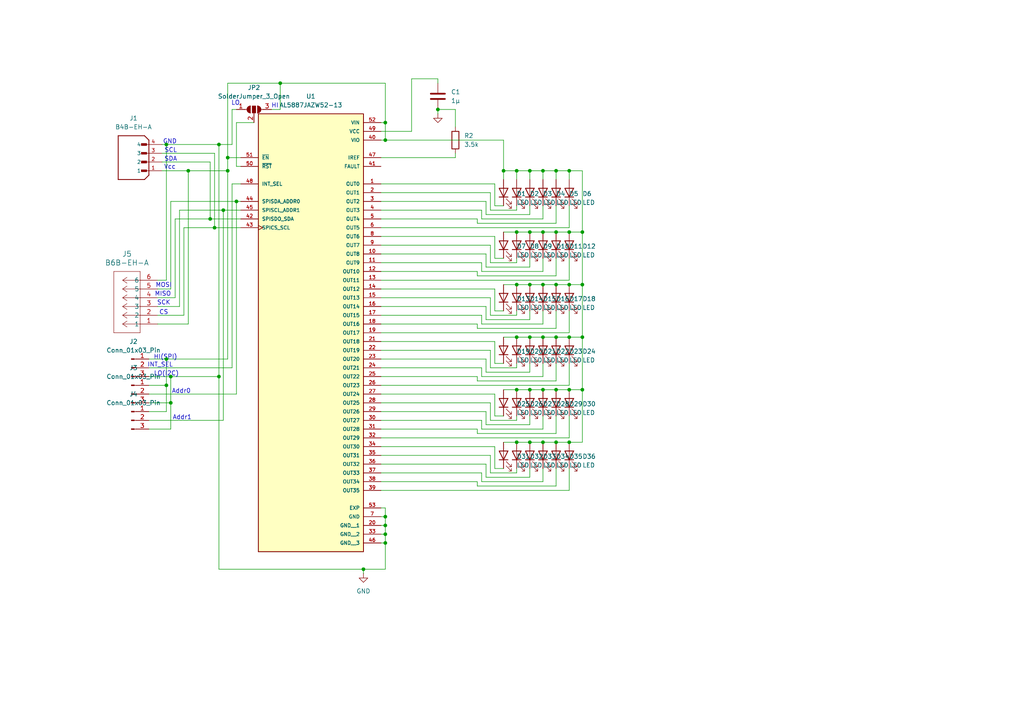
<source format=kicad_sch>
(kicad_sch (version 20231120) (generator "eeschema") (generator_version "8.0")
  (paper "A4")
  (lib_symbols
    (symbol "2024-10-07_13-54-21:B6B-EH-A" (pin_names (offset 0.254))
      (property "Reference" "J" (at 8.89 6.35 0))
      (property "Value" "B6B-EH-A" (at 0 0 0))
      (symbol "B6B-EH-A_1_1"
        (polyline (pts (xy 5.08 -15.24) (xy 12.7 -15.24)) (stroke (width 0.127)))
        (polyline (pts (xy 5.08 2.54) (xy 5.08 -15.24)) (stroke (width 0.127)))
        (polyline (pts (xy 10.16 -12.7) (xy 5.08 -12.7)) (stroke (width 0.127)))
        (polyline (pts (xy 10.16 -12.7) (xy 8.89 -13.5467)) (stroke (width 0.127)))
        (polyline (pts (xy 10.16 -12.7) (xy 8.89 -11.8533)) (stroke (width 0.127)))
        (polyline (pts (xy 10.16 -10.16) (xy 5.08 -10.16)) (stroke (width 0.127)))
        (polyline (pts (xy 10.16 -10.16) (xy 8.89 -11.0067)) (stroke (width 0.127)))
        (polyline (pts (xy 10.16 -10.16) (xy 8.89 -9.3133)) (stroke (width 0.127)))
        (polyline (pts (xy 10.16 -7.62) (xy 5.08 -7.62)) (stroke (width 0.127)))
        (polyline (pts (xy 10.16 -7.62) (xy 8.89 -8.4667)) (stroke (width 0.127)))
        (polyline (pts (xy 10.16 -7.62) (xy 8.89 -6.7733)) (stroke (width 0.127)))
        (polyline (pts (xy 10.16 -5.08) (xy 5.08 -5.08)) (stroke (width 0.127)))
        (polyline (pts (xy 10.16 -5.08) (xy 8.89 -5.9267)) (stroke (width 0.127)))
        (polyline (pts (xy 10.16 -5.08) (xy 8.89 -4.2333)) (stroke (width 0.127)))
        (polyline (pts (xy 10.16 -2.54) (xy 5.08 -2.54)) (stroke (width 0.127)))
        (polyline (pts (xy 10.16 -2.54) (xy 8.89 -3.3867)) (stroke (width 0.127)))
        (polyline (pts (xy 10.16 -2.54) (xy 8.89 -1.6933)) (stroke (width 0.127)))
        (polyline (pts (xy 10.16 0) (xy 5.08 0)) (stroke (width 0.127)))
        (polyline (pts (xy 10.16 0) (xy 8.89 -0.8467)) (stroke (width 0.127)))
        (polyline (pts (xy 10.16 0) (xy 8.89 0.8467)) (stroke (width 0.127)))
        (polyline (pts (xy 12.7 -15.24) (xy 12.7 2.54)) (stroke (width 0.127)))
        (polyline (pts (xy 12.7 2.54) (xy 5.08 2.54)) (stroke (width 0.127)))
        (pin unspecified line (at 0 0 0) (length 5.08) (name "1") (number "1"))
        (pin unspecified line (at 0 -2.54 0) (length 5.08) (name "2") (number "2"))
        (pin unspecified line (at 0 -5.08 0) (length 5.08) (name "3") (number "3"))
        (pin unspecified line (at 0 -7.62 0) (length 5.08) (name "4") (number "4"))
        (pin unspecified line (at 0 -10.16 0) (length 5.08) (name "5") (number "5"))
        (pin unspecified line (at 0 -12.7 0) (length 5.08) (name "6") (number "6"))
      )
      (symbol "B6B-EH-A_1_2"
        (polyline (pts (xy 5.08 -15.24) (xy 12.7 -15.24)) (stroke (width 0.127)))
        (polyline (pts (xy 5.08 2.54) (xy 5.08 -15.24)) (stroke (width 0.127)))
        (polyline (pts (xy 7.62 -12.7) (xy 5.08 -12.7)) (stroke (width 0.127)))
        (polyline (pts (xy 7.62 -12.7) (xy 8.89 -13.5467)) (stroke (width 0.127)))
        (polyline (pts (xy 7.62 -12.7) (xy 8.89 -11.8533)) (stroke (width 0.127)))
        (polyline (pts (xy 7.62 -10.16) (xy 5.08 -10.16)) (stroke (width 0.127)))
        (polyline (pts (xy 7.62 -10.16) (xy 8.89 -11.0067)) (stroke (width 0.127)))
        (polyline (pts (xy 7.62 -10.16) (xy 8.89 -9.3133)) (stroke (width 0.127)))
        (polyline (pts (xy 7.62 -7.62) (xy 5.08 -7.62)) (stroke (width 0.127)))
        (polyline (pts (xy 7.62 -7.62) (xy 8.89 -8.4667)) (stroke (width 0.127)))
        (polyline (pts (xy 7.62 -7.62) (xy 8.89 -6.7733)) (stroke (width 0.127)))
        (polyline (pts (xy 7.62 -5.08) (xy 5.08 -5.08)) (stroke (width 0.127)))
        (polyline (pts (xy 7.62 -5.08) (xy 8.89 -5.9267)) (stroke (width 0.127)))
        (polyline (pts (xy 7.62 -5.08) (xy 8.89 -4.2333)) (stroke (width 0.127)))
        (polyline (pts (xy 7.62 -2.54) (xy 5.08 -2.54)) (stroke (width 0.127)))
        (polyline (pts (xy 7.62 -2.54) (xy 8.89 -3.3867)) (stroke (width 0.127)))
        (polyline (pts (xy 7.62 -2.54) (xy 8.89 -1.6933)) (stroke (width 0.127)))
        (polyline (pts (xy 7.62 0) (xy 5.08 0)) (stroke (width 0.127)))
        (polyline (pts (xy 7.62 0) (xy 8.89 -0.8467)) (stroke (width 0.127)))
        (polyline (pts (xy 7.62 0) (xy 8.89 0.8467)) (stroke (width 0.127)))
        (polyline (pts (xy 12.7 -15.24) (xy 12.7 2.54)) (stroke (width 0.127)))
        (polyline (pts (xy 12.7 2.54) (xy 5.08 2.54)) (stroke (width 0.127)))
        (pin unspecified line (at 0 0 0) (length 5.08) (name "1") (number "1"))
        (pin unspecified line (at 0 -2.54 0) (length 5.08) (name "2") (number "2"))
        (pin unspecified line (at 0 -5.08 0) (length 5.08) (name "3") (number "3"))
        (pin unspecified line (at 0 -7.62 0) (length 5.08) (name "4") (number "4"))
        (pin unspecified line (at 0 -10.16 0) (length 5.08) (name "5") (number "5"))
        (pin unspecified line (at 0 -12.7 0) (length 5.08) (name "6") (number "6"))
      )
    )
    (symbol "AL5887JAZW52-13:AL5887JAZW52-13" (pin_names (offset 1.016))
      (property "Reference" "U" (at -15.24 59.055 0))
      (property "Value" "AL5887JAZW52-13" (at -15.24 -71.12 0))
      (symbol "AL5887JAZW52-13_0_0"
        (rectangle (start -15.24 -68.58) (end 15.24 58.42) (stroke (width 0.254)) (fill (type background)))
        (pin output line (at 20.32 38.1 180) (length 5.08) (name "OUT0") (number "1"))
        (pin output line (at 20.32 17.78 180) (length 5.08) (name "OUT8") (number "10"))
        (pin output line (at 20.32 15.24 180) (length 5.08) (name "OUT9") (number "11"))
        (pin output line (at 20.32 12.7 180) (length 5.08) (name "OUT10") (number "12"))
        (pin output line (at 20.32 10.16 180) (length 5.08) (name "OUT11") (number "13"))
        (pin output line (at 20.32 7.62 180) (length 5.08) (name "OUT12") (number "14"))
        (pin output line (at 20.32 5.08 180) (length 5.08) (name "OUT13") (number "15"))
        (pin output line (at 20.32 2.54 180) (length 5.08) (name "OUT14") (number "16"))
        (pin output line (at 20.32 0 180) (length 5.08) (name "OUT15") (number "17"))
        (pin output line (at 20.32 -2.54 180) (length 5.08) (name "OUT16") (number "18"))
        (pin output line (at 20.32 -5.08 180) (length 5.08) (name "OUT17") (number "19"))
        (pin output line (at 20.32 35.56 180) (length 5.08) (name "OUT1") (number "2"))
        (pin power_in line (at 20.32 -60.96 180) (length 5.08) (name "GND__1") (number "20"))
        (pin output line (at 20.32 -7.62 180) (length 5.08) (name "OUT18") (number "21"))
        (pin output line (at 20.32 -10.16 180) (length 5.08) (name "OUT19") (number "22"))
        (pin output line (at 20.32 -12.7 180) (length 5.08) (name "OUT20") (number "23"))
        (pin output line (at 20.32 -15.24 180) (length 5.08) (name "OUT21") (number "24"))
        (pin output line (at 20.32 -17.78 180) (length 5.08) (name "OUT22") (number "25"))
        (pin output line (at 20.32 -20.32 180) (length 5.08) (name "OUT23") (number "26"))
        (pin output line (at 20.32 -22.86 180) (length 5.08) (name "OUT24") (number "27"))
        (pin output line (at 20.32 -25.4 180) (length 5.08) (name "OUT25") (number "28"))
        (pin output line (at 20.32 -27.94 180) (length 5.08) (name "OUT26") (number "29"))
        (pin output line (at 20.32 33.02 180) (length 5.08) (name "OUT2") (number "3"))
        (pin output line (at 20.32 -30.48 180) (length 5.08) (name "OUT27") (number "30"))
        (pin output line (at 20.32 -33.02 180) (length 5.08) (name "OUT28") (number "31"))
        (pin output line (at 20.32 -35.56 180) (length 5.08) (name "OUT29") (number "32"))
        (pin power_in line (at 20.32 -63.5 180) (length 5.08) (name "GND__2") (number "33"))
        (pin output line (at 20.32 -38.1 180) (length 5.08) (name "OUT30") (number "34"))
        (pin output line (at 20.32 -40.64 180) (length 5.08) (name "OUT31") (number "35"))
        (pin output line (at 20.32 -43.18 180) (length 5.08) (name "OUT32") (number "36"))
        (pin output line (at 20.32 -45.72 180) (length 5.08) (name "OUT33") (number "37"))
        (pin output line (at 20.32 -48.26 180) (length 5.08) (name "OUT34") (number "38"))
        (pin output line (at 20.32 -50.8 180) (length 5.08) (name "OUT35") (number "39"))
        (pin output line (at 20.32 30.48 180) (length 5.08) (name "OUT3") (number "4"))
        (pin power_in line (at 20.32 50.8 180) (length 5.08) (name "VIO") (number "40"))
        (pin output line (at 20.32 43.18 180) (length 5.08) (name "FAULT") (number "41"))
        (pin bidirectional line (at -20.32 27.94 0) (length 5.08) (name "SPISDO_SDA") (number "42"))
        (pin input clock (at -20.32 25.4 0) (length 5.08) (name "SPICS_SCL") (number "43"))
        (pin input line (at -20.32 33.02 0) (length 5.08) (name "SPISDA_ADDR0") (number "44"))
        (pin input line (at -20.32 30.48 0) (length 5.08) (name "SPISCL_ADDR1") (number "45"))
        (pin power_in line (at 20.32 -66.04 180) (length 5.08) (name "GND__3") (number "46"))
        (pin output line (at 20.32 45.72 180) (length 5.08) (name "IREF") (number "47"))
        (pin input line (at -20.32 38.1 0) (length 5.08) (name "INT_SEL") (number "48"))
        (pin power_in line (at 20.32 53.34 180) (length 5.08) (name "VCC") (number "49"))
        (pin output line (at 20.32 27.94 180) (length 5.08) (name "OUT4") (number "5"))
        (pin input line (at -20.32 43.18 0) (length 5.08) (name "~{RST}") (number "50"))
        (pin input line (at -20.32 45.72 0) (length 5.08) (name "~{EN}") (number "51"))
        (pin power_in line (at 20.32 55.88 180) (length 5.08) (name "VIN") (number "52"))
        (pin power_in line (at 20.32 -55.88 180) (length 5.08) (name "EXP") (number "53"))
        (pin output line (at 20.32 25.4 180) (length 5.08) (name "OUT5") (number "6"))
        (pin power_in line (at 20.32 -58.42 180) (length 5.08) (name "GND") (number "7"))
        (pin output line (at 20.32 22.86 180) (length 5.08) (name "OUT6") (number "8"))
        (pin output line (at 20.32 20.32 180) (length 5.08) (name "OUT7") (number "9"))
      )
    )
    (symbol "B4B-EH-A:B4B-EH-A" (pin_names (offset 1.016))
      (property "Reference" "J" (at -2.54 8.382 0))
      (property "Value" "B4B-EH-A" (at -2.54 -7.62 0))
      (symbol "B4B-EH-A_0_0"
        (rectangle (start -3.175 -2.8575) (end -1.5875 -2.2225) (stroke (width 0.1)) (fill (type outline)))
        (rectangle (start -3.175 -0.3175) (end -1.5875 0.3175) (stroke (width 0.1)) (fill (type outline)))
        (rectangle (start -3.175 2.2225) (end -1.5875 2.8575) (stroke (width 0.1)) (fill (type outline)))
        (rectangle (start -3.175 4.7625) (end -1.5875 5.3975) (stroke (width 0.1)) (fill (type outline)))
        (polyline (pts (xy -3.81 -3.81) (xy -2.54 -5.08)) (stroke (width 0.254)))
        (polyline (pts (xy -3.81 6.35) (xy -3.81 -3.81)) (stroke (width 0.254)))
        (polyline (pts (xy -3.81 6.35) (xy -2.54 7.62)) (stroke (width 0.254)))
        (polyline (pts (xy -2.54 -5.08) (xy 5.08 -5.08)) (stroke (width 0.254)))
        (polyline (pts (xy 5.08 -5.08) (xy 5.08 7.62)) (stroke (width 0.254)))
        (polyline (pts (xy 5.08 7.62) (xy -2.54 7.62)) (stroke (width 0.254)))
        (pin passive line (at -7.62 5.08 0) (length 5.08) (name "1") (number "1"))
        (pin passive line (at -7.62 2.54 0) (length 5.08) (name "2") (number "2"))
        (pin passive line (at -7.62 0 0) (length 5.08) (name "3") (number "3"))
        (pin passive line (at -7.62 -2.54 0) (length 5.08) (name "4") (number "4"))
      )
    )
    (symbol "Connector:Conn_01x03_Pin" (pin_names (offset 1.016) hide)
      (property "Reference" "J" (at 0 5.08 0))
      (property "Value" "Conn_01x03_Pin" (at 0 -5.08 0))
      (symbol "Conn_01x03_Pin_1_1"
        (polyline (pts (xy 1.27 -2.54) (xy 0.8636 -2.54)) (stroke (width 0.1524)))
        (polyline (pts (xy 1.27 0) (xy 0.8636 0)) (stroke (width 0.1524)))
        (polyline (pts (xy 1.27 2.54) (xy 0.8636 2.54)) (stroke (width 0.1524)))
        (rectangle (start 0.8636 -2.413) (end 0 -2.667) (stroke (width 0.1524)) (fill (type outline)))
        (rectangle (start 0.8636 0.127) (end 0 -0.127) (stroke (width 0.1524)) (fill (type outline)))
        (rectangle (start 0.8636 2.667) (end 0 2.413) (stroke (width 0.1524)) (fill (type outline)))
        (pin passive line (at 5.08 2.54 180) (length 3.81) (name "Pin_1") (number "1"))
        (pin passive line (at 5.08 0 180) (length 3.81) (name "Pin_2") (number "2"))
        (pin passive line (at 5.08 -2.54 180) (length 3.81) (name "Pin_3") (number "3"))
      )
    )
    (symbol "Device:C" (pin_numbers hide) (pin_names (offset 0.254))
      (property "Reference" "C" (at 0.635 2.54 0))
      (property "Value" "C" (at 0.635 -2.54 0))
      (symbol "C_0_1"
        (polyline (pts (xy -2.032 -0.762) (xy 2.032 -0.762)) (stroke (width 0.508)))
        (polyline (pts (xy -2.032 0.762) (xy 2.032 0.762)) (stroke (width 0.508)))
      )
      (symbol "C_1_1"
        (pin passive line (at 0 3.81 270) (length 2.794) (name "~") (number "1"))
        (pin passive line (at 0 -3.81 90) (length 2.794) (name "~") (number "2"))
      )
    )
    (symbol "Device:LED" (pin_numbers hide) (pin_names (offset 1.016) hide)
      (property "Reference" "D" (at 0 2.54 0))
      (property "Value" "LED" (at 0 -2.54 0))
      (symbol "LED_0_1"
        (polyline (pts (xy -1.27 -1.27) (xy -1.27 1.27)) (stroke (width 0.254)))
        (polyline (pts (xy -1.27 0) (xy 1.27 0)))
        (polyline (pts (xy 1.27 -1.27) (xy 1.27 1.27) (xy -1.27 0) (xy 1.27 -1.27)) (stroke (width 0.254)))
        (polyline (pts (xy -3.048 -0.762) (xy -4.572 -2.286) (xy -3.81 -2.286) (xy -4.572 -2.286) (xy -4.572 -1.524)))
        (polyline (pts (xy -1.778 -0.762) (xy -3.302 -2.286) (xy -2.54 -2.286) (xy -3.302 -2.286) (xy -3.302 -1.524)))
      )
      (symbol "LED_1_1"
        (pin passive line (at -3.81 0 0) (length 2.54) (name "K") (number "1"))
        (pin passive line (at 3.81 0 180) (length 2.54) (name "A") (number "2"))
      )
    )
    (symbol "Device:R" (pin_numbers hide) (pin_names (offset 0))
      (property "Reference" "R" (at 2.032 0 90))
      (property "Value" "R" (at 0 0 90))
      (symbol "R_0_1"
        (rectangle (start -1.016 -2.54) (end 1.016 2.54) (stroke (width 0.254)))
      )
      (symbol "R_1_1"
        (pin passive line (at 0 3.81 270) (length 1.27) (name "~") (number "1"))
        (pin passive line (at 0 -3.81 90) (length 1.27) (name "~") (number "2"))
      )
    )
    (symbol "Jumper:SolderJumper_3_Open" (pin_names (offset 0) hide) (exclude_from_sim yes) (in_bom no)
      (property "Reference" "JP" (at -2.54 -2.54 0))
      (property "Value" "SolderJumper_3_Open" (at 0 2.794 0))
      (symbol "SolderJumper_3_Open_0_1"
        (arc (start -1.016 1.016) (mid -2.0276 0) (end -1.016 -1.016))
        (arc (start -1.016 1.016) (mid -2.0276 0) (end -1.016 -1.016) (fill (type outline)))
        (rectangle (start -0.508 1.016) (end 0.508 -1.016) (fill (type outline)))
        (polyline (pts (xy -2.54 0) (xy -2.032 0)))
        (polyline (pts (xy -1.016 1.016) (xy -1.016 -1.016)))
        (polyline (pts (xy 0 -1.27) (xy 0 -1.016)))
        (polyline (pts (xy 1.016 1.016) (xy 1.016 -1.016)))
        (polyline (pts (xy 2.54 0) (xy 2.032 0)))
        (arc (start 1.016 -1.016) (mid 2.0276 0) (end 1.016 1.016))
        (arc (start 1.016 -1.016) (mid 2.0276 0) (end 1.016 1.016) (fill (type outline)))
      )
      (symbol "SolderJumper_3_Open_1_1"
        (pin passive line (at -5.08 0 0) (length 2.54) (name "A") (number "1"))
        (pin passive line (at 0 -3.81 90) (length 2.54) (name "C") (number "2"))
        (pin passive line (at 5.08 0 180) (length 2.54) (name "B") (number "3"))
      )
    )
    (symbol "power:GND" (power) (pin_numbers hide) (pin_names (offset 0) hide)
      (property "Value" "GND" (at 0 -3.81 0))
      (symbol "GND_0_1"
        (polyline (pts (xy 0 0) (xy 0 -1.27) (xy 1.27 -1.27) (xy 0 -2.54) (xy -1.27 -1.27) (xy 0 -1.27)))
      )
      (symbol "GND_1_1"
        (pin power_in line (at 0 0 270) (length 0) (name "~") (number "1"))
      )
    )
  )
  (junction (at 49.53 109.22))
  (junction (at 111.76 154.94))
  (junction (at 153.67 67.31))
  (junction (at 161.29 67.31))
  (junction (at 157.48 113.03))
  (junction (at 66.04 45.72))
  (junction (at 54.61 49.53))
  (junction (at 111.76 35.56))
  (junction (at 157.48 128.27))
  (junction (at 66.04 49.53))
  (junction (at 64.77 60.96))
  (junction (at 48.26 104.14))
  (junction (at 161.29 49.53))
  (junction (at 165.1 82.55))
  (junction (at 149.86 67.31))
  (junction (at 161.29 97.79))
  (junction (at 105.41 165.1))
  (junction (at 60.96 63.5))
  (junction (at 153.67 82.55))
  (junction (at 153.67 49.53))
  (junction (at 149.86 49.53))
  (junction (at 48.26 41.91))
  (junction (at 111.76 152.4))
  (junction (at 81.28 24.13))
  (junction (at 168.91 113.03))
  (junction (at 62.23 66.04))
  (junction (at 161.29 128.27))
  (junction (at 149.86 97.79))
  (junction (at 153.67 97.79))
  (junction (at 157.48 82.55))
  (junction (at 149.86 113.03))
  (junction (at 168.91 82.55))
  (junction (at 127 31.75))
  (junction (at 165.1 49.53))
  (junction (at 165.1 128.27))
  (junction (at 111.76 157.48))
  (junction (at 146.05 49.53))
  (junction (at 168.91 67.31))
  (junction (at 165.1 113.03))
  (junction (at 111.76 40.64))
  (junction (at 68.58 58.42))
  (junction (at 161.29 82.55))
  (junction (at 63.5 41.91))
  (junction (at 48.26 111.76))
  (junction (at 165.1 67.31))
  (junction (at 153.67 128.27))
  (junction (at 111.76 149.86))
  (junction (at 63.5 109.22))
  (junction (at 153.67 113.03))
  (junction (at 49.53 116.84))
  (junction (at 161.29 113.03))
  (junction (at 157.48 67.31))
  (junction (at 165.1 97.79))
  (junction (at 157.48 97.79))
  (junction (at 149.86 82.55))
  (junction (at 157.48 49.53))
  (junction (at 168.91 97.79))
  (junction (at 149.86 128.27))
  (wire (pts (xy 149.86 113.03) (xy 153.67 113.03)))
  (wire (pts (xy 140.97 73.66) (xy 140.97 77.47)))
  (wire (pts (xy 153.67 128.27) (xy 157.48 128.27)))
  (wire (pts (xy 43.18 109.22) (xy 49.53 109.22)))
  (wire (pts (xy 66.04 104.14) (xy 48.26 104.14)))
  (wire (pts (xy 63.5 165.1) (xy 105.41 165.1)))
  (wire (pts (xy 68.58 35.56) (xy 68.58 48.26)))
  (wire (pts (xy 43.18 116.84) (xy 49.53 116.84)))
  (wire (pts (xy 139.7 78.74) (xy 139.7 76.2)))
  (wire (pts (xy 153.67 92.71) (xy 140.97 92.71)))
  (wire (pts (xy 62.23 44.45) (xy 62.23 66.04)))
  (wire (pts (xy 146.05 97.79) (xy 149.86 97.79)))
  (wire (pts (xy 161.29 128.27) (xy 165.1 128.27)))
  (wire (pts (xy 138.43 95.25) (xy 138.43 93.98)))
  (wire (pts (xy 63.5 109.22) (xy 63.5 165.1)))
  (wire (pts (xy 142.24 137.16) (xy 149.86 137.16)))
  (wire (pts (xy 67.31 41.91) (xy 63.5 41.91)))
  (wire (pts (xy 46.99 46.99) (xy 60.96 46.99)))
  (wire (pts (xy 50.8 63.5) (xy 50.8 86.36)))
  (wire (pts (xy 111.76 147.32) (xy 111.76 149.86)))
  (wire (pts (xy 149.86 121.92) (xy 149.86 120.65)))
  (wire (pts (xy 153.67 105.41) (xy 153.67 107.95)))
  (wire (pts (xy 165.1 74.93) (xy 165.1 81.28)))
  (wire (pts (xy 49.53 58.42) (xy 49.53 83.82)))
  (wire (pts (xy 143.51 83.82) (xy 110.49 83.82)))
  (wire (pts (xy 142.24 116.84) (xy 142.24 121.92)))
  (wire (pts (xy 153.67 82.55) (xy 157.48 82.55)))
  (wire (pts (xy 157.48 59.69) (xy 157.48 63.5)))
  (wire (pts (xy 143.51 74.93) (xy 146.05 74.93)))
  (wire (pts (xy 45.72 91.44) (xy 53.34 91.44)))
  (wire (pts (xy 168.91 113.03) (xy 168.91 97.79)))
  (wire (pts (xy 43.18 111.76) (xy 48.26 111.76)))
  (wire (pts (xy 139.7 137.16) (xy 139.7 139.7)))
  (wire (pts (xy 157.48 128.27) (xy 161.29 128.27)))
  (wire (pts (xy 146.05 105.41) (xy 143.51 105.41)))
  (wire (pts (xy 127 31.75) (xy 127 33.02)))
  (wire (pts (xy 111.76 165.1) (xy 105.41 165.1)))
  (wire (pts (xy 146.05 113.03) (xy 149.86 113.03)))
  (wire (pts (xy 64.77 60.96) (xy 64.77 121.92)))
  (wire (pts (xy 66.04 24.13) (xy 66.04 45.72)))
  (wire (pts (xy 149.86 91.44) (xy 149.86 90.17)))
  (wire (pts (xy 149.86 76.2) (xy 142.24 76.2)))
  (wire (pts (xy 111.76 157.48) (xy 111.76 165.1)))
  (wire (pts (xy 45.72 88.9) (xy 52.07 88.9)))
  (wire (pts (xy 111.76 24.13) (xy 111.76 35.56)))
  (wire (pts (xy 142.24 86.36) (xy 142.24 91.44)))
  (wire (pts (xy 165.1 97.79) (xy 168.91 97.79)))
  (wire (pts (xy 142.24 101.6) (xy 142.24 106.68)))
  (wire (pts (xy 110.49 58.42) (xy 140.97 58.42)))
  (wire (pts (xy 146.05 67.31) (xy 149.86 67.31)))
  (wire (pts (xy 60.96 63.5) (xy 50.8 63.5)))
  (wire (pts (xy 157.48 124.46) (xy 157.48 120.65)))
  (wire (pts (xy 110.49 147.32) (xy 111.76 147.32)))
  (wire (pts (xy 157.48 109.22) (xy 157.48 105.41)))
  (wire (pts (xy 46.99 49.53) (xy 54.61 49.53)))
  (wire (pts (xy 153.67 77.47) (xy 153.67 74.93)))
  (wire (pts (xy 143.51 99.06) (xy 110.49 99.06)))
  (wire (pts (xy 66.04 49.53) (xy 66.04 104.14)))
  (wire (pts (xy 111.76 40.64) (xy 146.05 40.64)))
  (wire (pts (xy 73.66 35.56) (xy 68.58 35.56)))
  (wire (pts (xy 157.48 97.79) (xy 161.29 97.79)))
  (wire (pts (xy 110.49 38.1) (xy 119.38 38.1)))
  (wire (pts (xy 142.24 132.08) (xy 142.24 137.16)))
  (wire (pts (xy 48.26 41.91) (xy 63.5 41.91)))
  (wire (pts (xy 110.49 154.94) (xy 111.76 154.94)))
  (wire (pts (xy 139.7 93.98) (xy 157.48 93.98)))
  (wire (pts (xy 161.29 110.49) (xy 138.43 110.49)))
  (wire (pts (xy 111.76 40.64) (xy 111.76 35.56)))
  (wire (pts (xy 138.43 110.49) (xy 138.43 109.22)))
  (wire (pts (xy 64.77 60.96) (xy 52.07 60.96)))
  (wire (pts (xy 143.51 135.89) (xy 143.51 129.54)))
  (wire (pts (xy 157.48 63.5) (xy 139.7 63.5)))
  (wire (pts (xy 161.29 113.03) (xy 165.1 113.03)))
  (wire (pts (xy 43.18 119.38) (xy 48.26 119.38)))
  (wire (pts (xy 138.43 93.98) (xy 110.49 93.98)))
  (wire (pts (xy 110.49 101.6) (xy 142.24 101.6)))
  (wire (pts (xy 127 22.86) (xy 127 24.13)))
  (wire (pts (xy 45.72 86.36) (xy 50.8 86.36)))
  (wire (pts (xy 140.97 134.62) (xy 110.49 134.62)))
  (wire (pts (xy 142.24 121.92) (xy 149.86 121.92)))
  (wire (pts (xy 165.1 111.76) (xy 165.1 105.41)))
  (wire (pts (xy 149.86 106.68) (xy 149.86 105.41)))
  (wire (pts (xy 157.48 49.53) (xy 153.67 49.53)))
  (wire (pts (xy 48.26 81.28) (xy 48.26 41.91)))
  (wire (pts (xy 161.29 120.65) (xy 161.29 125.73)))
  (wire (pts (xy 146.05 49.53) (xy 146.05 52.07)))
  (wire (pts (xy 146.05 128.27) (xy 149.86 128.27)))
  (wire (pts (xy 66.04 45.72) (xy 66.04 49.53)))
  (wire (pts (xy 149.86 137.16) (xy 149.86 135.89)))
  (wire (pts (xy 146.05 40.64) (xy 146.05 49.53)))
  (wire (pts (xy 110.49 142.24) (xy 165.1 142.24)))
  (wire (pts (xy 68.58 48.26) (xy 69.85 48.26)))
  (wire (pts (xy 157.48 82.55) (xy 161.29 82.55)))
  (wire (pts (xy 111.76 152.4) (xy 111.76 154.94)))
  (wire (pts (xy 140.97 107.95) (xy 140.97 104.14)))
  (wire (pts (xy 142.24 91.44) (xy 149.86 91.44)))
  (wire (pts (xy 138.43 124.46) (xy 110.49 124.46)))
  (wire (pts (xy 60.96 46.99) (xy 60.96 63.5)))
  (wire (pts (xy 146.05 59.69) (xy 143.51 59.69)))
  (wire (pts (xy 69.85 66.04) (xy 62.23 66.04)))
  (wire (pts (xy 149.86 97.79) (xy 153.67 97.79)))
  (wire (pts (xy 110.49 40.64) (xy 111.76 40.64)))
  (wire (pts (xy 153.67 62.23) (xy 153.67 59.69)))
  (wire (pts (xy 165.1 96.52) (xy 165.1 90.17)))
  (wire (pts (xy 161.29 74.93) (xy 161.29 80.01)))
  (wire (pts (xy 153.67 97.79) (xy 157.48 97.79)))
  (wire (pts (xy 43.18 121.92) (xy 64.77 121.92)))
  (wire (pts (xy 153.67 49.53) (xy 149.86 49.53)))
  (wire (pts (xy 53.34 66.04) (xy 53.34 91.44)))
  (wire (pts (xy 68.58 114.3) (xy 68.58 58.42)))
  (wire (pts (xy 67.31 31.75) (xy 67.31 41.91)))
  (wire (pts (xy 143.51 53.34) (xy 110.49 53.34)))
  (wire (pts (xy 110.49 149.86) (xy 111.76 149.86)))
  (wire (pts (xy 149.86 49.53) (xy 146.05 49.53)))
  (wire (pts (xy 168.91 97.79) (xy 168.91 82.55)))
  (wire (pts (xy 132.08 45.72) (xy 132.08 44.45)))
  (wire (pts (xy 146.05 82.55) (xy 149.86 82.55)))
  (wire (pts (xy 161.29 49.53) (xy 157.48 49.53)))
  (wire (pts (xy 110.49 116.84) (xy 142.24 116.84)))
  (wire (pts (xy 161.29 90.17) (xy 161.29 95.25)))
  (wire (pts (xy 138.43 78.74) (xy 110.49 78.74)))
  (wire (pts (xy 161.29 95.25) (xy 138.43 95.25)))
  (wire (pts (xy 110.49 152.4) (xy 111.76 152.4)))
  (wire (pts (xy 146.05 90.17) (xy 143.51 90.17)))
  (wire (pts (xy 138.43 109.22) (xy 110.49 109.22)))
  (wire (pts (xy 110.49 127) (xy 165.1 127)))
  (wire (pts (xy 69.85 60.96) (xy 64.77 60.96)))
  (wire (pts (xy 142.24 60.96) (xy 142.24 55.88)))
  (wire (pts (xy 161.29 125.73) (xy 138.43 125.73)))
  (wire (pts (xy 161.29 135.89) (xy 161.29 140.97)))
  (wire (pts (xy 165.1 52.07) (xy 165.1 49.53)))
  (wire (pts (xy 143.51 68.58) (xy 143.51 74.93)))
  (wire (pts (xy 168.91 67.31) (xy 168.91 82.55)))
  (wire (pts (xy 110.49 91.44) (xy 139.7 91.44)))
  (wire (pts (xy 143.51 90.17) (xy 143.51 83.82)))
  (wire (pts (xy 139.7 139.7) (xy 157.48 139.7)))
  (wire (pts (xy 111.76 154.94) (xy 111.76 157.48)))
  (wire (pts (xy 81.28 24.13) (xy 111.76 24.13)))
  (wire (pts (xy 149.86 82.55) (xy 153.67 82.55)))
  (wire (pts (xy 110.49 35.56) (xy 111.76 35.56)))
  (wire (pts (xy 153.67 135.89) (xy 153.67 138.43)))
  (wire (pts (xy 138.43 80.01) (xy 138.43 78.74)))
  (wire (pts (xy 168.91 49.53) (xy 165.1 49.53)))
  (wire (pts (xy 157.48 139.7) (xy 157.48 135.89)))
  (wire (pts (xy 143.51 114.3) (xy 110.49 114.3)))
  (wire (pts (xy 165.1 113.03) (xy 168.91 113.03)))
  (wire (pts (xy 46.99 41.91) (xy 48.26 41.91)))
  (wire (pts (xy 105.41 165.1) (xy 105.41 166.37)))
  (wire (pts (xy 143.51 105.41) (xy 143.51 99.06)))
  (wire (pts (xy 139.7 124.46) (xy 157.48 124.46)))
  (wire (pts (xy 153.67 120.65) (xy 153.67 123.19)))
  (wire (pts (xy 149.86 76.2) (xy 149.86 74.93)))
  (wire (pts (xy 139.7 121.92) (xy 139.7 124.46)))
  (wire (pts (xy 111.76 149.86) (xy 111.76 152.4)))
  (wire (pts (xy 110.49 132.08) (xy 142.24 132.08)))
  (wire (pts (xy 140.97 58.42) (xy 140.97 62.23)))
  (wire (pts (xy 153.67 90.17) (xy 153.67 92.71)))
  (wire (pts (xy 157.48 113.03) (xy 161.29 113.03)))
  (wire (pts (xy 153.67 123.19) (xy 140.97 123.19)))
  (wire (pts (xy 43.18 106.68) (xy 67.31 106.68)))
  (wire (pts (xy 168.91 67.31) (xy 168.91 49.53)))
  (wire (pts (xy 157.48 93.98) (xy 157.48 90.17)))
  (wire (pts (xy 161.29 59.69) (xy 161.29 64.77)))
  (wire (pts (xy 142.24 71.12) (xy 110.49 71.12)))
  (wire (pts (xy 149.86 60.96) (xy 142.24 60.96)))
  (wire (pts (xy 165.1 127) (xy 165.1 120.65)))
  (wire (pts (xy 140.97 138.43) (xy 140.97 134.62)))
  (wire (pts (xy 138.43 139.7) (xy 110.49 139.7)))
  (wire (pts (xy 69.85 63.5) (xy 60.96 63.5)))
  (wire (pts (xy 161.29 140.97) (xy 138.43 140.97)))
  (wire (pts (xy 54.61 93.98) (xy 54.61 49.53)))
  (wire (pts (xy 81.28 31.75) (xy 81.28 24.13)))
  (wire (pts (xy 139.7 91.44) (xy 139.7 93.98)))
  (wire (pts (xy 138.43 80.01) (xy 161.29 80.01)))
  (wire (pts (xy 149.86 128.27) (xy 153.67 128.27)))
  (wire (pts (xy 153.67 113.03) (xy 157.48 113.03)))
  (wire (pts (xy 69.85 58.42) (xy 68.58 58.42)))
  (wire (pts (xy 165.1 142.24) (xy 165.1 135.89)))
  (wire (pts (xy 67.31 31.75) (xy 68.58 31.75)))
  (wire (pts (xy 153.67 138.43) (xy 140.97 138.43)))
  (wire (pts (xy 110.49 66.04) (xy 165.1 66.04)))
  (wire (pts (xy 139.7 76.2) (xy 110.49 76.2)))
  (wire (pts (xy 165.1 59.69) (xy 165.1 66.04)))
  (wire (pts (xy 132.08 31.75) (xy 127 31.75)))
  (wire (pts (xy 157.48 49.53) (xy 157.48 52.07)))
  (wire (pts (xy 48.26 111.76) (xy 48.26 104.14)))
  (wire (pts (xy 140.97 123.19) (xy 140.97 119.38)))
  (wire (pts (xy 140.97 104.14) (xy 110.49 104.14)))
  (wire (pts (xy 143.51 120.65) (xy 143.51 114.3)))
  (wire (pts (xy 68.58 58.42) (xy 49.53 58.42)))
  (wire (pts (xy 45.72 81.28) (xy 48.26 81.28)))
  (wire (pts (xy 63.5 41.91) (xy 63.5 109.22)))
  (wire (pts (xy 161.29 64.77) (xy 138.43 64.77)))
  (wire (pts (xy 149.86 59.69) (xy 149.86 60.96)))
  (wire (pts (xy 138.43 125.73) (xy 138.43 124.46)))
  (wire (pts (xy 119.38 22.86) (xy 127 22.86)))
  (wire (pts (xy 110.49 45.72) (xy 132.08 45.72)))
  (wire (pts (xy 54.61 49.53) (xy 66.04 49.53)))
  (wire (pts (xy 81.28 24.13) (xy 66.04 24.13)))
  (wire (pts (xy 110.49 106.68) (xy 139.7 106.68)))
  (wire (pts (xy 146.05 135.89) (xy 143.51 135.89)))
  (wire (pts (xy 119.38 38.1) (xy 119.38 22.86)))
  (wire (pts (xy 67.31 53.34) (xy 69.85 53.34)))
  (wire (pts (xy 139.7 106.68) (xy 139.7 109.22)))
  (wire (pts (xy 157.48 78.74) (xy 139.7 78.74)))
  (wire (pts (xy 168.91 128.27) (xy 168.91 113.03)))
  (wire (pts (xy 153.67 107.95) (xy 140.97 107.95)))
  (wire (pts (xy 45.72 83.82) (xy 49.53 83.82)))
  (wire (pts (xy 161.29 49.53) (xy 161.29 52.07)))
  (wire (pts (xy 110.49 96.52) (xy 165.1 96.52)))
  (wire (pts (xy 140.97 88.9) (xy 110.49 88.9)))
  (wire (pts (xy 153.67 67.31) (xy 157.48 67.31)))
  (wire (pts (xy 165.1 128.27) (xy 168.91 128.27)))
  (wire (pts (xy 110.49 111.76) (xy 165.1 111.76)))
  (wire (pts (xy 110.49 73.66) (xy 140.97 73.66)))
  (wire (pts (xy 48.26 119.38) (xy 48.26 111.76)))
  (wire (pts (xy 139.7 109.22) (xy 157.48 109.22)))
  (wire (pts (xy 142.24 55.88) (xy 110.49 55.88)))
  (wire (pts (xy 157.48 74.93) (xy 157.48 78.74)))
  (wire (pts (xy 138.43 64.77) (xy 138.43 63.5)))
  (wire (pts (xy 140.97 77.47) (xy 153.67 77.47)))
  (wire (pts (xy 149.86 49.53) (xy 149.86 52.07)))
  (wire (pts (xy 66.04 45.72) (xy 69.85 45.72)))
  (wire (pts (xy 110.49 86.36) (xy 142.24 86.36)))
  (wire (pts (xy 142.24 106.68) (xy 149.86 106.68)))
  (wire (pts (xy 78.74 31.75) (xy 81.28 31.75)))
  (wire (pts (xy 62.23 66.04) (xy 53.34 66.04)))
  (wire (pts (xy 146.05 120.65) (xy 143.51 120.65)))
  (wire (pts (xy 49.53 124.46) (xy 49.53 116.84)))
  (wire (pts (xy 48.26 104.14) (xy 43.18 104.14)))
  (wire (pts (xy 49.53 109.22) (xy 49.53 116.84)))
  (wire (pts (xy 43.18 124.46) (xy 49.53 124.46)))
  (wire (pts (xy 161.29 82.55) (xy 165.1 82.55)))
  (wire (pts (xy 43.18 114.3) (xy 68.58 114.3)))
  (wire (pts (xy 46.99 44.45) (xy 62.23 44.45)))
  (wire (pts (xy 110.49 60.96) (xy 139.7 60.96)))
  (wire (pts (xy 168.91 82.55) (xy 165.1 82.55)))
  (wire (pts (xy 161.29 67.31) (xy 165.1 67.31)))
  (wire (pts (xy 165.1 81.28) (xy 110.49 81.28)))
  (wire (pts (xy 110.49 137.16) (xy 139.7 137.16)))
  (wire (pts (xy 143.51 59.69) (xy 143.51 53.34)))
  (wire (pts (xy 49.53 109.22) (xy 63.5 109.22)))
  (wire (pts (xy 153.67 49.53) (xy 153.67 52.07)))
  (wire (pts (xy 110.49 157.48) (xy 111.76 157.48)))
  (wire (pts (xy 139.7 63.5) (xy 139.7 60.96)))
  (wire (pts (xy 140.97 92.71) (xy 140.97 88.9)))
  (wire (pts (xy 132.08 36.83) (xy 132.08 31.75)))
  (wire (pts (xy 138.43 140.97) (xy 138.43 139.7)))
  (wire (pts (xy 161.29 97.79) (xy 165.1 97.79)))
  (wire (pts (xy 165.1 49.53) (xy 161.29 49.53)))
  (wire (pts (xy 140.97 119.38) (xy 110.49 119.38)))
  (wire (pts (xy 52.07 60.96) (xy 52.07 88.9)))
  (wire (pts (xy 157.48 67.31) (xy 161.29 67.31)))
  (wire (pts (xy 142.24 76.2) (xy 142.24 71.12)))
  (wire (pts (xy 165.1 67.31) (xy 168.91 67.31)))
  (wire (pts (xy 110.49 68.58) (xy 143.51 68.58)))
  (wire (pts (xy 140.97 62.23) (xy 153.67 62.23)))
  (wire (pts (xy 67.31 106.68) (xy 67.31 53.34)))
  (wire (pts (xy 161.29 105.41) (xy 161.29 110.49)))
  (wire (pts (xy 110.49 121.92) (xy 139.7 121.92)))
  (wire (pts (xy 143.51 129.54) (xy 110.49 129.54)))
  (wire (pts (xy 138.43 63.5) (xy 110.49 63.5)))
  (wire (pts (xy 149.86 67.31) (xy 153.67 67.31)))
  (wire (pts (xy 45.72 93.98) (xy 54.61 93.98)))
  (text "MISO" (at 47.244 85.344 0) (effects (font (size 1.27 1.27))))
  (text "HI" (at 79.756 30.734 0) (effects (font (size 1.27 1.27))))
  (text "SCK" (at 47.498 87.884 0) (effects (font (size 1.27 1.27))))
  (text "Vcc" (at 49.276 48.514 0) (effects (font (size 1.27 1.27))))
  (text "SDA" (at 49.53 46.228 0) (effects (font (size 1.27 1.27))))
  (text "SCL" (at 49.53 43.688 0) (effects (font (size 1.27 1.27))))
  (text "Addr0" (at 52.578 113.538 0) (effects (font (size 1.27 1.27))))
  (text "LO(I2C)" (at 48.26 108.458 0) (effects (font (size 1.27 1.27))))
  (text "LO" (at 68.326 29.972 0) (effects (font (size 1.27 1.27))))
  (text "INT_SEL" (at 46.482 105.918 0) (effects (font (size 1.27 1.27))))
  (text "HI(SPI)" (at 48.006 103.632 0) (effects (font (size 1.27 1.27))))
  (text "CS" (at 47.498 90.678 0) (effects (font (size 1.27 1.27))))
  (text "Addr1" (at 52.832 121.158 0) (effects (font (size 1.27 1.27))))
  (text "GND" (at 49.276 41.148 0) (effects (font (size 1.27 1.27))))
  (text "MOSI" (at 47.498 82.804 0) (effects (font (size 1.27 1.27))))
  (symbol (lib_id "Connector:Conn_01x03_Pin") (at 38.1 114.3 0) (unit 1)
    (property "Reference" "J3" (at 38.735 106.68 0))
    (property "Value" "Conn_01x03_Pin" (at 38.735 109.22 0))
    (property "Footprint" "Connector_PinHeader_2.54mm:PinHeader_1x03_P2.54mm_Vertical" (effects (hide yes)))
    (property "Description" "Generic connector, single row, 01x03, script generated" (effects (hide yes)))
  )
  (symbol (lib_id "Device:LED") (at 165.1 86.36 90) (unit 1)
    (property "Reference" "D18" (at 168.91 86.6774 90) (effects (justify right)))
    (property "Value" "LED" (at 168.91 89.2174 90) (effects (justify right)))
    (property "Footprint" "LED_SMD:LED_0603_1608Metric_Pad1.05x0.95mm_HandSolder" (effects (hide yes)))
    (property "Description" "Light emitting diode" (effects (hide yes)))
  )
  (symbol (lib_id "Device:LED") (at 146.05 86.36 90) (unit 1)
    (property "Reference" "D13" (at 149.86 86.6774 90) (effects (justify right)))
    (property "Value" "LED" (at 149.86 89.2174 90) (effects (justify right)))
    (property "Footprint" "LED_SMD:LED_0603_1608Metric_Pad1.05x0.95mm_HandSolder" (effects (hide yes)))
    (property "Description" "Light emitting diode" (effects (hide yes)))
  )
  (symbol (lib_id "Device:LED") (at 149.86 116.84 90) (unit 1)
    (property "Reference" "D26" (at 153.67 117.1574 90) (effects (justify right)))
    (property "Value" "LED" (at 153.67 119.6974 90) (effects (justify right)))
    (property "Footprint" "LED_SMD:LED_0603_1608Metric_Pad1.05x0.95mm_HandSolder" (effects (hide yes)))
    (property "Description" "Light emitting diode" (effects (hide yes)))
  )
  (symbol (lib_id "Device:LED") (at 146.05 116.84 90) (unit 1)
    (property "Reference" "D25" (at 149.86 117.1574 90) (effects (justify right)))
    (property "Value" "LED" (at 149.86 119.6974 90) (effects (justify right)))
    (property "Footprint" "LED_SMD:LED_0603_1608Metric_Pad1.05x0.95mm_HandSolder" (effects (hide yes)))
    (property "Description" "Light emitting diode" (effects (hide yes)))
  )
  (symbol (lib_id "Jumper:SolderJumper_3_Open") (at 73.66 31.75 0) (unit 1) (exclude_from_sim yes) (in_bom no)
    (property "Reference" "JP2" (at 73.66 25.4 0))
    (property "Value" "SolderJumper_3_Open" (at 73.66 27.94 0))
    (property "Footprint" "Jumper:SolderJumper-3_P2.0mm_Open_TrianglePad1.0x1.5mm" (effects (hide yes)))
    (property "Description" "Solder Jumper, 3-pole, open" (effects (hide yes)))
  )
  (symbol (lib_id "Device:LED") (at 153.67 71.12 90) (unit 1)
    (property "Reference" "D9" (at 157.48 71.4374 90) (effects (justify right)))
    (property "Value" "LED" (at 157.48 73.9774 90) (effects (justify right)))
    (property "Footprint" "LED_SMD:LED_0603_1608Metric_Pad1.05x0.95mm_HandSolder" (effects (hide yes)))
    (property "Description" "Light emitting diode" (effects (hide yes)))
  )
  (symbol (lib_id "Device:LED") (at 161.29 116.84 90) (unit 1)
    (property "Reference" "D29" (at 165.1 117.1574 90) (effects (justify right)))
    (property "Value" "LED" (at 165.1 119.6974 90) (effects (justify right)))
    (property "Footprint" "LED_SMD:LED_0603_1608Metric_Pad1.05x0.95mm_HandSolder" (effects (hide yes)))
    (property "Description" "Light emitting diode" (effects (hide yes)))
  )
  (symbol (lib_id "Device:LED") (at 153.67 101.6 90) (unit 1)
    (property "Reference" "D21" (at 157.48 101.9174 90) (effects (justify right)))
    (property "Value" "LED" (at 157.48 104.4574 90) (effects (justify right)))
    (property "Footprint" "LED_SMD:LED_0603_1608Metric_Pad1.05x0.95mm_HandSolder" (effects (hide yes)))
    (property "Description" "Light emitting diode" (effects (hide yes)))
  )
  (symbol (lib_id "power:GND") (at 127 33.02 0) (unit 1)
    (property "Reference" "#PWR01" (effects (hide yes)))
    (property "Value" "GND" (effects (hide yes)))
    (property "Description" "Power symbol creates a global label with name \"GND\" , ground" (effects (hide yes)))
  )
  (symbol (lib_id "power:GND") (at 105.41 166.37 0) (unit 1)
    (property "Reference" "#PWR02" (effects (hide yes)))
    (property "Value" "GND" (at 105.41 171.45 0))
    (property "Description" "Power symbol creates a global label with name \"GND\" , ground" (effects (hide yes)))
  )
  (symbol (lib_id "Device:LED") (at 153.67 116.84 90) (unit 1)
    (property "Reference" "D27" (at 157.48 117.1574 90) (effects (justify right)))
    (property "Value" "LED" (at 157.48 119.6974 90) (effects (justify right)))
    (property "Footprint" "LED_SMD:LED_0603_1608Metric_Pad1.05x0.95mm_HandSolder" (effects (hide yes)))
    (property "Description" "Light emitting diode" (effects (hide yes)))
  )
  (symbol (lib_id "Device:LED") (at 165.1 71.12 90) (unit 1)
    (property "Reference" "D12" (at 168.91 71.4374 90) (effects (justify right)))
    (property "Value" "LED" (at 168.91 73.9774 90) (effects (justify right)))
    (property "Footprint" "LED_SMD:LED_0603_1608Metric_Pad1.05x0.95mm_HandSolder" (effects (hide yes)))
    (property "Description" "Light emitting diode" (effects (hide yes)))
  )
  (symbol (lib_id "Device:LED") (at 161.29 132.08 90) (unit 1)
    (property "Reference" "D35" (at 165.1 132.3974 90) (effects (justify right)))
    (property "Value" "LED" (at 165.1 134.9374 90) (effects (justify right)))
    (property "Footprint" "LED_SMD:LED_0603_1608Metric_Pad1.05x0.95mm_HandSolder" (effects (hide yes)))
    (property "Description" "Light emitting diode" (effects (hide yes)))
  )
  (symbol (lib_id "Device:LED") (at 165.1 55.88 90) (unit 1)
    (property "Reference" "D6" (at 168.91 56.1974 90) (effects (justify right)))
    (property "Value" "LED" (at 168.91 58.7374 90) (effects (justify right)))
    (property "Footprint" "LED_SMD:LED_0603_1608Metric_Pad1.05x0.95mm_HandSolder" (effects (hide yes)))
    (property "Description" "Light emitting diode" (effects (hide yes)))
  )
  (symbol (lib_id "Device:LED") (at 161.29 55.88 90) (unit 1)
    (property "Reference" "D5" (at 165.1 56.1974 90) (effects (justify right)))
    (property "Value" "LED" (at 165.1 58.7374 90) (effects (justify right)))
    (property "Footprint" "LED_SMD:LED_0603_1608Metric_Pad1.05x0.95mm_HandSolder" (effects (hide yes)))
    (property "Description" "Light emitting diode" (effects (hide yes)))
  )
  (symbol (lib_id "AL5887JAZW52-13:AL5887JAZW52-13") (at 90.17 91.44 0) (unit 1)
    (property "Reference" "U1" (at 90.17 27.94 0))
    (property "Value" "AL5887JAZW52-13" (at 90.17 30.48 0))
    (property "Footprint" "AL5887JAZW52_13:IC_AL5887JAZW52-13" (effects (hide yes)))
    (property "PARTREV" "4-2" (effects (hide yes)))
    (property "STANDARD" "Manufacturer Recommendations" (effects (hide yes)))
    (property "MAXIMUM_PACKAGE_HEIGHT" "0.8 mm" (effects (hide yes)))
    (property "MANUFACTURER" "Diodes Incorporated" (effects (hide yes)))
  )
  (symbol (lib_id "Device:LED") (at 157.48 86.36 90) (unit 1)
    (property "Reference" "D16" (at 161.29 86.6774 90) (effects (justify right)))
    (property "Value" "LED" (at 161.29 89.2174 90) (effects (justify right)))
    (property "Footprint" "LED_SMD:LED_0603_1608Metric_Pad1.05x0.95mm_HandSolder" (effects (hide yes)))
    (property "Description" "Light emitting diode" (effects (hide yes)))
  )
  (symbol (lib_id "Device:LED") (at 153.67 86.36 90) (unit 1)
    (property "Reference" "D15" (at 157.48 86.6774 90) (effects (justify right)))
    (property "Value" "LED" (at 157.48 89.2174 90) (effects (justify right)))
    (property "Footprint" "LED_SMD:LED_0603_1608Metric_Pad1.05x0.95mm_HandSolder" (effects (hide yes)))
    (property "Description" "Light emitting diode" (effects (hide yes)))
  )
  (symbol (lib_id "Device:LED") (at 157.48 116.84 90) (unit 1)
    (property "Reference" "D28" (at 161.29 117.1574 90) (effects (justify right)))
    (property "Value" "LED" (at 161.29 119.6974 90) (effects (justify right)))
    (property "Footprint" "LED_SMD:LED_0603_1608Metric_Pad1.05x0.95mm_HandSolder" (effects (hide yes)))
    (property "Description" "Light emitting diode" (effects (hide yes)))
  )
  (symbol (lib_id "Device:LED") (at 153.67 55.88 90) (unit 1)
    (property "Reference" "D3" (at 157.48 56.1974 90) (effects (justify right)))
    (property "Value" "LED" (at 157.48 58.7374 90) (effects (justify right)))
    (property "Footprint" "LED_SMD:LED_0603_1608Metric_Pad1.05x0.95mm_HandSolder" (effects (hide yes)))
    (property "Description" "Light emitting diode" (effects (hide yes)))
  )
  (symbol (lib_id "Device:LED") (at 149.86 101.6 90) (unit 1)
    (property "Reference" "D20" (at 153.67 101.9174 90) (effects (justify right)))
    (property "Value" "LED" (at 153.67 104.4574 90) (effects (justify right)))
    (property "Footprint" "LED_SMD:LED_0603_1608Metric_Pad1.05x0.95mm_HandSolder" (effects (hide yes)))
    (property "Description" "Light emitting diode" (effects (hide yes)))
  )
  (symbol (lib_id "Device:LED") (at 165.1 101.6 90) (unit 1)
    (property "Reference" "D24" (at 168.91 101.9174 90) (effects (justify right)))
    (property "Value" "LED" (at 168.91 104.4574 90) (effects (justify right)))
    (property "Footprint" "LED_SMD:LED_0603_1608Metric_Pad1.05x0.95mm_HandSolder" (effects (hide yes)))
    (property "Description" "Light emitting diode" (effects (hide yes)))
  )
  (symbol (lib_id "Device:LED") (at 157.48 132.08 90) (unit 1)
    (property "Reference" "D34" (at 161.29 132.3974 90) (effects (justify right)))
    (property "Value" "LED" (at 161.29 134.9374 90) (effects (justify right)))
    (property "Footprint" "LED_SMD:LED_0603_1608Metric_Pad1.05x0.95mm_HandSolder" (effects (hide yes)))
    (property "Description" "Light emitting diode" (effects (hide yes)))
  )
  (symbol (lib_id "Device:C") (at 127 27.94 0) (unit 1)
    (property "Reference" "C1" (at 130.81 26.6699 0) (effects (justify left)))
    (property "Value" "1µ" (at 130.81 29.2099 0) (effects (justify left)))
    (property "Footprint" "Capacitor_SMD:C_0603_1608Metric_Pad1.08x0.95mm_HandSolder" (effects (hide yes)))
    (property "Description" "Unpolarized capacitor" (effects (hide yes)))
  )
  (symbol (lib_id "Device:LED") (at 149.86 55.88 90) (unit 1)
    (property "Reference" "D2" (at 153.67 56.1974 90) (effects (justify right)))
    (property "Value" "LED" (at 153.67 58.7374 90) (effects (justify right)))
    (property "Footprint" "LED_SMD:LED_0603_1608Metric_Pad1.05x0.95mm_HandSolder" (effects (hide yes)))
    (property "Description" "Light emitting diode" (effects (hide yes)))
  )
  (symbol (lib_id "Device:LED") (at 165.1 132.08 90) (unit 1)
    (property "Reference" "D36" (at 168.91 132.3974 90) (effects (justify right)))
    (property "Value" "LED" (at 168.91 134.9374 90) (effects (justify right)))
    (property "Footprint" "LED_SMD:LED_0603_1608Metric_Pad1.05x0.95mm_HandSolder" (effects (hide yes)))
    (property "Description" "Light emitting diode" (effects (hide yes)))
  )
  (symbol (lib_id "Device:LED") (at 146.05 101.6 90) (unit 1)
    (property "Reference" "D19" (at 149.86 101.9174 90) (effects (justify right)))
    (property "Value" "LED" (at 149.86 104.4574 90) (effects (justify right)))
    (property "Footprint" "LED_SMD:LED_0603_1608Metric_Pad1.05x0.95mm_HandSolder" (effects (hide yes)))
    (property "Description" "Light emitting diode" (effects (hide yes)))
  )
  (symbol (lib_id "Device:LED") (at 157.48 71.12 90) (unit 1)
    (property "Reference" "D10" (at 161.29 71.4374 90) (effects (justify right)))
    (property "Value" "LED" (at 161.29 73.9774 90) (effects (justify right)))
    (property "Footprint" "LED_SMD:LED_0603_1608Metric_Pad1.05x0.95mm_HandSolder" (effects (hide yes)))
    (property "Description" "Light emitting diode" (effects (hide yes)))
  )
  (symbol (lib_id "Device:LED") (at 165.1 116.84 90) (unit 1)
    (property "Reference" "D30" (at 168.91 117.1574 90) (effects (justify right)))
    (property "Value" "LED" (at 168.91 119.6974 90) (effects (justify right)))
    (property "Footprint" "LED_SMD:LED_0603_1608Metric_Pad1.05x0.95mm_HandSolder" (effects (hide yes)))
    (property "Description" "Light emitting diode" (effects (hide yes)))
  )
  (symbol (lib_id "Device:LED") (at 149.86 71.12 90) (unit 1)
    (property "Reference" "D8" (at 153.67 71.4374 90) (effects (justify right)))
    (property "Value" "LED" (at 153.67 73.9774 90) (effects (justify right)))
    (property "Footprint" "LED_SMD:LED_0603_1608Metric_Pad1.05x0.95mm_HandSolder" (effects (hide yes)))
    (property "Description" "Light emitting diode" (effects (hide yes)))
  )
  (symbol (lib_id "Device:LED") (at 146.05 71.12 90) (unit 1)
    (property "Reference" "D7" (at 149.86 71.4374 90) (effects (justify right)))
    (property "Value" "LED" (at 149.86 73.9774 90) (effects (justify right)))
    (property "Footprint" "LED_SMD:LED_0603_1608Metric_Pad1.05x0.95mm_HandSolder" (effects (hide yes)))
    (property "Description" "Light emitting diode" (effects (hide yes)))
  )
  (symbol (lib_id "2024-10-07_13-54-21:B6B-EH-A") (at 45.72 93.98 180) (unit 1)
    (property "Reference" "J5" (at 36.83 73.66 0) (effects (font (size 1.524 1.524))))
    (property "Value" "B6B-EH-A" (at 36.83 76.2 0) (effects (font (size 1.524 1.524))))
    (property "Footprint" "Connector_JST:JST_EH_B6B-EH-A_1x06_P2.50mm_Vertical" (effects (hide yes)))
    (property "Datasheet" "B6B-EH-A" (effects (hide yes)))
  )
  (symbol (lib_id "Device:LED") (at 149.86 132.08 90) (unit 1)
    (property "Reference" "D32" (at 153.67 132.3974 90) (effects (justify right)))
    (property "Value" "LED" (at 153.67 134.9374 90) (effects (justify right)))
    (property "Footprint" "LED_SMD:LED_0603_1608Metric_Pad1.05x0.95mm_HandSolder" (effects (hide yes)))
    (property "Description" "Light emitting diode" (effects (hide yes)))
  )
  (symbol (lib_id "Device:LED") (at 161.29 71.12 90) (unit 1)
    (property "Reference" "D11" (at 165.1 71.4374 90) (effects (justify right)))
    (property "Value" "LED" (at 165.1 73.9774 90) (effects (justify right)))
    (property "Footprint" "LED_SMD:LED_0603_1608Metric_Pad1.05x0.95mm_HandSolder" (effects (hide yes)))
    (property "Description" "Light emitting diode" (effects (hide yes)))
  )
  (symbol (lib_id "Device:LED") (at 149.86 86.36 90) (unit 1)
    (property "Reference" "D14" (at 153.67 86.6774 90) (effects (justify right)))
    (property "Value" "LED" (at 153.67 89.2174 90) (effects (justify right)))
    (property "Footprint" "LED_SMD:LED_0603_1608Metric_Pad1.05x0.95mm_HandSolder" (effects (hide yes)))
    (property "Description" "Light emitting diode" (effects (hide yes)))
  )
  (symbol (lib_id "Device:LED") (at 161.29 101.6 90) (unit 1)
    (property "Reference" "D23" (at 165.1 101.9174 90) (effects (justify right)))
    (property "Value" "LED" (at 165.1 104.4574 90) (effects (justify right)))
    (property "Footprint" "LED_SMD:LED_0603_1608Metric_Pad1.05x0.95mm_HandSolder" (effects (hide yes)))
    (property "Description" "Light emitting diode" (effects (hide yes)))
  )
  (symbol (lib_id "B4B-EH-A:B4B-EH-A") (at 39.37 44.45 180) (unit 1)
    (property "Reference" "J1" (at 38.735 34.29 0))
    (property "Value" "B4B-EH-A" (at 38.735 36.83 0))
    (property "Footprint" "Connector_JST:JST_EH_B4B-EH-A_1x04_P2.50mm_Vertical" (effects (hide yes)))
    (property "STANDARD" "Manufacturer Recommendations" (effects (hide yes)))
    (property "SNAPEDA_PN" "B4B-EH-A" (effects (hide yes)))
    (property "MAXIMUM_PACKAGE_HEIGHT" "6mm" (effects (hide yes)))
    (property "MANUFACTURER" "JST" (effects (hide yes)))
  )
  (symbol (lib_id "Device:LED") (at 153.67 132.08 90) (unit 1)
    (property "Reference" "D33" (at 157.48 132.3974 90) (effects (justify right)))
    (property "Value" "LED" (at 157.48 134.9374 90) (effects (justify right)))
    (property "Footprint" "LED_SMD:LED_0603_1608Metric_Pad1.05x0.95mm_HandSolder" (effects (hide yes)))
    (property "Description" "Light emitting diode" (effects (hide yes)))
  )
  (symbol (lib_id "Device:LED") (at 146.05 132.08 90) (unit 1)
    (property "Reference" "D31" (at 149.86 132.3974 90) (effects (justify right)))
    (property "Value" "LED" (at 149.86 134.9374 90) (effects (justify right)))
    (property "Footprint" "LED_SMD:LED_0603_1608Metric_Pad1.05x0.95mm_HandSolder" (effects (hide yes)))
    (property "Description" "Light emitting diode" (effects (hide yes)))
  )
  (symbol (lib_id "Connector:Conn_01x03_Pin") (at 38.1 121.92 0) (unit 1)
    (property "Reference" "J4" (at 38.735 114.3 0))
    (property "Value" "Conn_01x03_Pin" (at 38.735 116.84 0))
    (property "Footprint" "Connector_PinHeader_2.54mm:PinHeader_1x03_P2.54mm_Vertical" (effects (hide yes)))
    (property "Description" "Generic connector, single row, 01x03, script generated" (effects (hide yes)))
  )
  (symbol (lib_id "Connector:Conn_01x03_Pin") (at 38.1 106.68 0) (unit 1)
    (property "Reference" "J2" (at 38.735 99.06 0))
    (property "Value" "Conn_01x03_Pin" (at 38.735 101.6 0))
    (property "Footprint" "Connector_PinHeader_2.54mm:PinHeader_1x03_P2.54mm_Vertical" (effects (hide yes)))
    (property "Description" "Generic connector, single row, 01x03, script generated" (effects (hide yes)))
  )
  (symbol (lib_id "Device:R") (at 132.08 40.64 0) (unit 1)
    (property "Reference" "R2" (at 134.62 39.3699 0) (effects (justify left)))
    (property "Value" "3.5k" (at 134.62 41.9099 0) (effects (justify left)))
    (property "Footprint" "Resistor_SMD:R_0603_1608Metric_Pad0.98x0.95mm_HandSolder" (effects (hide yes)))
    (property "Description" "Resistor" (effects (hide yes)))
  )
  (symbol (lib_id "Device:LED") (at 146.05 55.88 90) (unit 1)
    (property "Reference" "D1" (at 149.86 56.1974 90) (effects (justify right)))
    (property "Value" "LED" (at 149.86 58.7374 90) (effects (justify right)))
    (property "Footprint" "LED_SMD:LED_0603_1608Metric_Pad1.05x0.95mm_HandSolder" (effects (hide yes)))
    (property "Description" "Light emitting diode" (effects (hide yes)))
  )
  (symbol (lib_id "Device:LED") (at 161.29 86.36 90) (unit 1)
    (property "Reference" "D17" (at 165.1 86.6774 90) (effects (justify right)))
    (property "Value" "LED" (at 165.1 89.2174 90) (effects (justify right)))
    (property "Footprint" "LED_SMD:LED_0603_1608Metric_Pad1.05x0.95mm_HandSolder" (effects (hide yes)))
    (property "Description" "Light emitting diode" (effects (hide yes)))
  )
  (symbol (lib_id "Device:LED") (at 157.48 101.6 90) (unit 1)
    (property "Reference" "D22" (at 161.29 101.9174 90) (effects (justify right)))
    (property "Value" "LED" (at 161.29 104.4574 90) (effects (justify right)))
    (property "Footprint" "LED_SMD:LED_0603_1608Metric_Pad1.05x0.95mm_HandSolder" (effects (hide yes)))
    (property "Description" "Light emitting diode" (effects (hide yes)))
  )
  (symbol (lib_id "Device:LED") (at 157.48 55.88 90) (unit 1)
    (property "Reference" "D4" (at 161.29 56.1974 90) (effects (justify right)))
    (property "Value" "LED" (at 161.29 58.7374 90) (effects (justify right)))
    (property "Footprint" "LED_SMD:LED_0603_1608Metric_Pad1.05x0.95mm_HandSolder" (effects (hide yes)))
    (property "Description" "Light emitting diode" (effects (hide yes)))
  )
)
</source>
